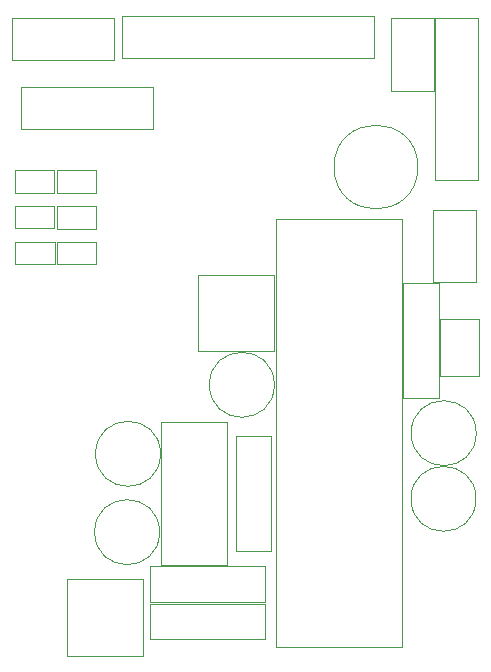
<source format=gbr>
G04 #@! TF.GenerationSoftware,KiCad,Pcbnew,8.0.4*
G04 #@! TF.CreationDate,2024-12-03T14:34:08+01:00*
G04 #@! TF.ProjectId,V2,56322e6b-6963-4616-945f-706362585858,rev?*
G04 #@! TF.SameCoordinates,Original*
G04 #@! TF.FileFunction,Other,User*
%FSLAX46Y46*%
G04 Gerber Fmt 4.6, Leading zero omitted, Abs format (unit mm)*
G04 Created by KiCad (PCBNEW 8.0.4) date 2024-12-03 14:34:08*
%MOMM*%
%LPD*%
G01*
G04 APERTURE LIST*
%ADD10C,0.050000*%
G04 APERTURE END LIST*
D10*
G04 #@! TO.C,R5*
X160540000Y-63160000D02*
X163900000Y-63160000D01*
X160540000Y-65060000D02*
X160540000Y-63160000D01*
X163900000Y-63160000D02*
X163900000Y-65060000D01*
X163900000Y-65060000D02*
X160540000Y-65060000D01*
G04 #@! TO.C,C4*
X172780000Y-87740000D02*
G75*
G02*
X167280000Y-87740000I-2750000J0D01*
G01*
X167280000Y-87740000D02*
G75*
G02*
X172780000Y-87740000I2750000J0D01*
G01*
G04 #@! TO.C,D5*
X164067500Y-57095000D02*
X167427500Y-57095000D01*
X164067500Y-58995000D02*
X164067500Y-57095000D01*
X167427500Y-57095000D02*
X167427500Y-58995000D01*
X167427500Y-58995000D02*
X164067500Y-58995000D01*
G04 #@! TO.C,C3*
X172860000Y-81110000D02*
G75*
G02*
X167360000Y-81110000I-2750000J0D01*
G01*
X167360000Y-81110000D02*
G75*
G02*
X172860000Y-81110000I2750000J0D01*
G01*
G04 #@! TO.C,D3*
X164067500Y-63175000D02*
X167427500Y-63175000D01*
X164067500Y-65075000D02*
X164067500Y-63175000D01*
X167427500Y-63175000D02*
X167427500Y-65075000D01*
X167427500Y-65075000D02*
X164067500Y-65075000D01*
G04 #@! TO.C,D1*
X164945000Y-91700000D02*
X164945000Y-98200000D01*
X164945000Y-98200000D02*
X171395000Y-98200000D01*
X171395000Y-91700000D02*
X164945000Y-91700000D01*
X171395000Y-98200000D02*
X171395000Y-91700000D01*
G04 #@! TO.C,J6*
X160285000Y-44190000D02*
X160285000Y-47790000D01*
X160285000Y-47790000D02*
X168935000Y-47790000D01*
X168935000Y-44190000D02*
X160285000Y-44190000D01*
X168935000Y-47790000D02*
X168935000Y-44190000D01*
G04 #@! TO.C,C5*
X182500000Y-75265112D02*
G75*
G02*
X177000000Y-75265112I-2750000J0D01*
G01*
X177000000Y-75265112D02*
G75*
G02*
X182500000Y-75265112I2750000J0D01*
G01*
G04 #@! TO.C,Y1*
X172920000Y-78395000D02*
X172920000Y-90495000D01*
X172920000Y-90495000D02*
X178520000Y-90495000D01*
X178520000Y-78395000D02*
X172920000Y-78395000D01*
X178520000Y-90495000D02*
X178520000Y-78395000D01*
G04 #@! TO.C,J5*
X196120000Y-44200000D02*
X196120000Y-57950000D01*
X196120000Y-57950000D02*
X199720000Y-57950000D01*
X199720000Y-44200000D02*
X196120000Y-44200000D01*
X199720000Y-57950000D02*
X199720000Y-44200000D01*
G04 #@! TO.C,J3*
X192410000Y-44225000D02*
X192410000Y-50375000D01*
X192410000Y-50375000D02*
X196010000Y-50375000D01*
X196010000Y-44225000D02*
X192410000Y-44225000D01*
X196010000Y-50375000D02*
X196010000Y-44225000D01*
G04 #@! TO.C,J2*
X161040000Y-50020000D02*
X161040000Y-53620000D01*
X161040000Y-53620000D02*
X172240000Y-53620000D01*
X172240000Y-50020000D02*
X161040000Y-50020000D01*
X172240000Y-53620000D02*
X172240000Y-50020000D01*
G04 #@! TO.C,R7*
X160507500Y-57090000D02*
X163867500Y-57090000D01*
X160507500Y-58990000D02*
X160507500Y-57090000D01*
X163867500Y-57090000D02*
X163867500Y-58990000D01*
X163867500Y-58990000D02*
X160507500Y-58990000D01*
G04 #@! TO.C,R2*
X172000000Y-93800000D02*
X172000000Y-96800000D01*
X172000000Y-96800000D02*
X181720000Y-96800000D01*
X181720000Y-93800000D02*
X172000000Y-93800000D01*
X181720000Y-96800000D02*
X181720000Y-93800000D01*
G04 #@! TO.C,R1*
X172010000Y-90640000D02*
X172010000Y-93640000D01*
X172010000Y-93640000D02*
X181730000Y-93640000D01*
X181730000Y-90640000D02*
X172010000Y-90640000D01*
X181730000Y-93640000D02*
X181730000Y-90640000D01*
G04 #@! TO.C,BZ1*
X194650000Y-56830000D02*
G75*
G02*
X187550000Y-56830000I-3550000J0D01*
G01*
X187550000Y-56830000D02*
G75*
G02*
X194650000Y-56830000I3550000J0D01*
G01*
G04 #@! TO.C,R3*
X179210000Y-79640000D02*
X179210000Y-89360000D01*
X179210000Y-89360000D02*
X182210000Y-89360000D01*
X182210000Y-79640000D02*
X179210000Y-79640000D01*
X182210000Y-89360000D02*
X182210000Y-79640000D01*
G04 #@! TO.C,C1*
X199590000Y-79360000D02*
G75*
G02*
X194090000Y-79360000I-2750000J0D01*
G01*
X194090000Y-79360000D02*
G75*
G02*
X199590000Y-79360000I2750000J0D01*
G01*
G04 #@! TO.C,D4*
X164067500Y-60135000D02*
X167427500Y-60135000D01*
X164067500Y-62035000D02*
X164067500Y-60135000D01*
X167427500Y-60135000D02*
X167427500Y-62035000D01*
X167427500Y-62035000D02*
X164067500Y-62035000D01*
G04 #@! TO.C,U1*
X182620000Y-61235000D02*
X182620000Y-97485000D01*
X182620000Y-97485000D02*
X193320000Y-97485000D01*
X193320000Y-61235000D02*
X182620000Y-61235000D01*
X193320000Y-97485000D02*
X193320000Y-61235000D01*
G04 #@! TO.C,D2*
X176010000Y-65950000D02*
X176010000Y-72400000D01*
X176010000Y-72400000D02*
X182510000Y-72400000D01*
X182510000Y-65950000D02*
X176010000Y-65950000D01*
X182510000Y-72400000D02*
X182510000Y-65950000D01*
G04 #@! TO.C,R6*
X160517500Y-60130000D02*
X163877500Y-60130000D01*
X160517500Y-62030000D02*
X160517500Y-60130000D01*
X163877500Y-60130000D02*
X163877500Y-62030000D01*
X163877500Y-62030000D02*
X160517500Y-62030000D01*
G04 #@! TO.C,J1*
X169590000Y-44030000D02*
X190940000Y-44030000D01*
X169590000Y-47580000D02*
X169590000Y-44030000D01*
X190940000Y-44030000D02*
X190940000Y-47580000D01*
X190940000Y-47580000D02*
X169590000Y-47580000D01*
G04 #@! TO.C,R4*
X193430000Y-66660000D02*
X193430000Y-76380000D01*
X193430000Y-76380000D02*
X196430000Y-76380000D01*
X196430000Y-66660000D02*
X193430000Y-66660000D01*
X196430000Y-76380000D02*
X196430000Y-66660000D01*
G04 #@! TO.C,J7*
X195940000Y-60440000D02*
X195940000Y-66590000D01*
X195940000Y-66590000D02*
X199540000Y-66590000D01*
X199540000Y-60440000D02*
X195940000Y-60440000D01*
X199540000Y-66590000D02*
X199540000Y-60440000D01*
G04 #@! TO.C,SW1*
X196540000Y-69680000D02*
X196540000Y-74480000D01*
X196540000Y-74480000D02*
X199840000Y-74480000D01*
X199840000Y-69680000D02*
X196540000Y-69680000D01*
X199840000Y-74480000D02*
X199840000Y-69680000D01*
G04 #@! TO.C,C2*
X199570000Y-84920000D02*
G75*
G02*
X194070000Y-84920000I-2750000J0D01*
G01*
X194070000Y-84920000D02*
G75*
G02*
X199570000Y-84920000I2750000J0D01*
G01*
G04 #@! TD*
M02*

</source>
